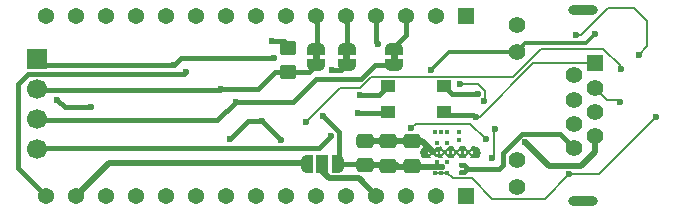
<source format=gbr>
%TF.GenerationSoftware,KiCad,Pcbnew,9.0.1*%
%TF.CreationDate,2025-04-23T21:39:05-04:00*%
%TF.ProjectId,can-nano-shield-rj45,63616e2d-6e61-46e6-9f2d-736869656c64,rev?*%
%TF.SameCoordinates,Original*%
%TF.FileFunction,Copper,L1,Top*%
%TF.FilePolarity,Positive*%
%FSLAX46Y46*%
G04 Gerber Fmt 4.6, Leading zero omitted, Abs format (unit mm)*
G04 Created by KiCad (PCBNEW 9.0.1) date 2025-04-23 21:39:05*
%MOMM*%
%LPD*%
G01*
G04 APERTURE LIST*
G04 Aperture macros list*
%AMRoundRect*
0 Rectangle with rounded corners*
0 $1 Rounding radius*
0 $2 $3 $4 $5 $6 $7 $8 $9 X,Y pos of 4 corners*
0 Add a 4 corners polygon primitive as box body*
4,1,4,$2,$3,$4,$5,$6,$7,$8,$9,$2,$3,0*
0 Add four circle primitives for the rounded corners*
1,1,$1+$1,$2,$3*
1,1,$1+$1,$4,$5*
1,1,$1+$1,$6,$7*
1,1,$1+$1,$8,$9*
0 Add four rect primitives between the rounded corners*
20,1,$1+$1,$2,$3,$4,$5,0*
20,1,$1+$1,$4,$5,$6,$7,0*
20,1,$1+$1,$6,$7,$8,$9,0*
20,1,$1+$1,$8,$9,$2,$3,0*%
%AMFreePoly0*
4,1,23,0.000000,0.745722,0.065263,0.745722,0.191342,0.711940,0.304381,0.646677,0.396677,0.554381,0.461940,0.441342,0.495722,0.315263,0.495722,0.250000,0.500000,0.250000,0.500000,-0.250000,0.495722,-0.250000,0.495722,-0.315263,0.461940,-0.441342,0.396677,-0.554381,0.304381,-0.646677,0.191342,-0.711940,0.065263,-0.745722,0.000000,-0.745722,0.000000,-0.750000,-0.550000,-0.750000,
-0.550000,0.750000,0.000000,0.750000,0.000000,0.745722,0.000000,0.745722,$1*%
%AMFreePoly1*
4,1,23,0.550000,-0.750000,0.000000,-0.750000,0.000000,-0.745722,-0.065263,-0.745722,-0.191342,-0.711940,-0.304381,-0.646677,-0.396677,-0.554381,-0.461940,-0.441342,-0.495722,-0.315263,-0.495722,-0.250000,-0.500000,-0.250000,-0.500000,0.250000,-0.495722,0.250000,-0.495722,0.315263,-0.461940,0.441342,-0.396677,0.554381,-0.304381,0.646677,-0.191342,0.711940,-0.065263,0.745722,0.000000,0.745722,
0.000000,0.750000,0.550000,0.750000,0.550000,-0.750000,0.550000,-0.750000,$1*%
%AMFreePoly2*
4,1,23,0.500000,-0.750000,0.000000,-0.750000,0.000000,-0.745722,-0.065263,-0.745722,-0.191342,-0.711940,-0.304381,-0.646677,-0.396677,-0.554381,-0.461940,-0.441342,-0.495722,-0.315263,-0.495722,-0.250000,-0.500000,-0.250000,-0.500000,0.250000,-0.495722,0.250000,-0.495722,0.315263,-0.461940,0.441342,-0.396677,0.554381,-0.304381,0.646677,-0.191342,0.711940,-0.065263,0.745722,0.000000,0.745722,
0.000000,0.750000,0.500000,0.750000,0.500000,-0.750000,0.500000,-0.750000,$1*%
%AMFreePoly3*
4,1,23,0.000000,0.745722,0.065263,0.745722,0.191342,0.711940,0.304381,0.646677,0.396677,0.554381,0.461940,0.441342,0.495722,0.315263,0.495722,0.250000,0.500000,0.250000,0.500000,-0.250000,0.495722,-0.250000,0.495722,-0.315263,0.461940,-0.441342,0.396677,-0.554381,0.304381,-0.646677,0.191342,-0.711940,0.065263,-0.745722,0.000000,-0.745722,0.000000,-0.750000,-0.500000,-0.750000,
-0.500000,0.750000,0.000000,0.750000,0.000000,0.745722,0.000000,0.745722,$1*%
G04 Aperture macros list end*
%TA.AperFunction,EtchedComponent*%
%ADD10C,0.000000*%
%TD*%
%TA.AperFunction,ComponentPad*%
%ADD11C,0.400000*%
%TD*%
%TA.AperFunction,ComponentPad*%
%ADD12R,1.400000X1.400000*%
%TD*%
%TA.AperFunction,ComponentPad*%
%ADD13C,1.400000*%
%TD*%
%TA.AperFunction,ComponentPad*%
%ADD14O,2.500000X0.800000*%
%TD*%
%TA.AperFunction,SMDPad,CuDef*%
%ADD15FreePoly0,180.000000*%
%TD*%
%TA.AperFunction,SMDPad,CuDef*%
%ADD16R,1.000000X1.500000*%
%TD*%
%TA.AperFunction,SMDPad,CuDef*%
%ADD17FreePoly1,180.000000*%
%TD*%
%TA.AperFunction,SMDPad,CuDef*%
%ADD18RoundRect,0.250000X0.475000X-0.337500X0.475000X0.337500X-0.475000X0.337500X-0.475000X-0.337500X0*%
%TD*%
%TA.AperFunction,SMDPad,CuDef*%
%ADD19FreePoly2,270.000000*%
%TD*%
%TA.AperFunction,SMDPad,CuDef*%
%ADD20FreePoly3,270.000000*%
%TD*%
%TA.AperFunction,ComponentPad*%
%ADD21R,1.370000X1.370000*%
%TD*%
%TA.AperFunction,ComponentPad*%
%ADD22C,1.370000*%
%TD*%
%TA.AperFunction,SMDPad,CuDef*%
%ADD23RoundRect,0.250000X-0.450000X0.350000X-0.450000X-0.350000X0.450000X-0.350000X0.450000X0.350000X0*%
%TD*%
%TA.AperFunction,SMDPad,CuDef*%
%ADD24R,1.219200X0.990600*%
%TD*%
%TA.AperFunction,ComponentPad*%
%ADD25R,1.700000X1.700000*%
%TD*%
%TA.AperFunction,ComponentPad*%
%ADD26C,1.700000*%
%TD*%
%TA.AperFunction,ViaPad*%
%ADD27C,0.600000*%
%TD*%
%TA.AperFunction,Conductor*%
%ADD28C,0.500000*%
%TD*%
%TA.AperFunction,Conductor*%
%ADD29C,0.200000*%
%TD*%
%TA.AperFunction,Conductor*%
%ADD30C,0.300000*%
%TD*%
%TA.AperFunction,Conductor*%
%ADD31C,0.400000*%
%TD*%
G04 APERTURE END LIST*
D10*
%TA.AperFunction,EtchedComponent*%
%TO.C,JP2*%
G36*
X139000000Y-88450000D02*
G01*
X138400000Y-88450000D01*
X138400000Y-87950000D01*
X139000000Y-87950000D01*
X139000000Y-88450000D01*
G37*
%TD.AperFunction*%
%TA.AperFunction,EtchedComponent*%
%TO.C,JP3*%
G36*
X141575000Y-88450000D02*
G01*
X140975000Y-88450000D01*
X140975000Y-87950000D01*
X141575000Y-87950000D01*
X141575000Y-88450000D01*
G37*
%TD.AperFunction*%
%TA.AperFunction,EtchedComponent*%
%TO.C,JP4*%
G36*
X145600000Y-88425000D02*
G01*
X145000000Y-88425000D01*
X145000000Y-87925000D01*
X145600000Y-87925000D01*
X145600000Y-88425000D01*
G37*
%TD.AperFunction*%
%TD*%
D11*
%TO.P,U3,6_2*%
%TO.N,Net-(U3-SW-Pad5)*%
X150780000Y-94530000D03*
%TO.P,U3,6_1*%
X150780000Y-95209000D03*
%TO.P,U3,10_4*%
%TO.N,GND*%
X149560000Y-96260000D03*
%TO.P,U3,10_3*%
X150560000Y-96260000D03*
%TO.P,U3,10_2*%
X151560000Y-96260000D03*
%TO.P,U3,5_5*%
%TO.N,Net-(U3-SW-Pad5)*%
X148920000Y-95480000D03*
%TO.P,U3,5_4*%
X149740000Y-95480000D03*
%TO.P,U3,5_3*%
X148780000Y-94530000D03*
%TO.P,U3,5_2*%
X149280000Y-94530000D03*
%TO.P,U3,5_1*%
X149780000Y-94530000D03*
%TO.P,U3,4_5*%
%TO.N,VCC*%
X148920000Y-97040000D03*
%TO.P,U3,4_4*%
X149740000Y-97040000D03*
%TO.P,U3,4_3*%
X148780000Y-97990000D03*
%TO.P,U3,4_2*%
X149280000Y-97990000D03*
%TO.P,U3,4_1*%
X149780000Y-97990000D03*
%TO.P,U3,3_2*%
%TO.N,/CAN_V+*%
X150980000Y-97310000D03*
%TO.P,U3,3_1*%
X150980000Y-97989000D03*
%TO.P,U3,10_5*%
%TO.N,GND*%
X148560000Y-96260000D03*
%TD*%
D12*
%TO.P,J4,1*%
%TO.N,/CAN_H*%
X162260000Y-88730000D03*
D13*
%TO.P,J4,2*%
%TO.N,/CAN_L*%
X160480000Y-89750000D03*
%TO.P,J4,3*%
%TO.N,GND*%
X162260000Y-90770000D03*
%TO.P,J4,4*%
%TO.N,/CAN_BINT*%
X160480000Y-91790000D03*
%TO.P,J4,5*%
%TO.N,/CAN_ESTOP*%
X162260000Y-92810000D03*
%TO.P,J4,6*%
%TO.N,/CAN_SHLD*%
X160480000Y-93830000D03*
%TO.P,J4,7*%
%TO.N,GND*%
X162260000Y-94850000D03*
%TO.P,J4,8*%
%TO.N,/CAN_V+*%
X160480000Y-95870000D03*
%TO.P,J4,9*%
%TO.N,GND*%
X155660000Y-99160000D03*
%TO.P,J4,10*%
%TO.N,/LED_PWR*%
X155660000Y-96870000D03*
%TO.P,J4,11*%
%TO.N,GND*%
X155660000Y-87730000D03*
%TO.P,J4,12*%
%TO.N,/LED_TX*%
X155660000Y-85440000D03*
D14*
%TO.P,J4,13*%
%TO.N,N/C*%
X161240000Y-84200000D03*
%TO.P,J4,14*%
X161240000Y-100400000D03*
%TD*%
D15*
%TO.P,JP1,3,B*%
%TO.N,+3V3*%
X137890000Y-97212500D03*
D16*
%TO.P,JP1,2,C*%
%TO.N,+5V*%
X139190000Y-97212500D03*
D17*
%TO.P,JP1,1,A*%
%TO.N,VCC*%
X140490000Y-97212500D03*
%TD*%
D18*
%TO.P,C9,1*%
%TO.N,VCC*%
X142780000Y-97367500D03*
%TO.P,C9,2*%
%TO.N,GND*%
X142780000Y-95292500D03*
%TD*%
D19*
%TO.P,JP2,1,A*%
%TO.N,/CAN_CS_DEFAULT*%
X138700000Y-87550000D03*
D20*
%TO.P,JP2,2,B*%
%TO.N,/CAN_CS*%
X138700000Y-88850000D03*
%TD*%
D19*
%TO.P,JP3,1,A*%
%TO.N,/CAN_INT_DEFAULT*%
X141275000Y-87550000D03*
D20*
%TO.P,JP3,2,B*%
%TO.N,/~{CAN_INT}*%
X141275000Y-88850000D03*
%TD*%
D21*
%TO.P,J2,01,01*%
%TO.N,unconnected-(J2-Pad01)*%
X151400000Y-99930000D03*
D22*
%TO.P,J2,02,02*%
%TO.N,GND*%
X148860000Y-99930000D03*
%TO.P,J2,03,03*%
%TO.N,/RST2*%
X146320000Y-99930000D03*
%TO.P,J2,04,04*%
%TO.N,+5V*%
X143780000Y-99930000D03*
%TO.P,J2,05,05*%
%TO.N,/A7*%
X141240000Y-99930000D03*
%TO.P,J2,06,06*%
%TO.N,/A6*%
X138700000Y-99930000D03*
%TO.P,J2,07,07*%
%TO.N,/A5*%
X136160000Y-99930000D03*
%TO.P,J2,08,08*%
%TO.N,/A4*%
X133620000Y-99930000D03*
%TO.P,J2,09,09*%
%TO.N,/A3*%
X131080000Y-99930000D03*
%TO.P,J2,10,10*%
%TO.N,/A2*%
X128540000Y-99930000D03*
%TO.P,J2,11,11*%
%TO.N,/A1*%
X126000000Y-99930000D03*
%TO.P,J2,12,12*%
%TO.N,/A0*%
X123460000Y-99930000D03*
%TO.P,J2,13,13*%
%TO.N,/AREF*%
X120920000Y-99930000D03*
%TO.P,J2,14,14*%
%TO.N,+3V3*%
X118380000Y-99930000D03*
%TO.P,J2,15,15*%
%TO.N,/SCK*%
X115840000Y-99930000D03*
%TD*%
D23*
%TO.P,R1,1*%
%TO.N,VCC*%
X136325000Y-87425000D03*
%TO.P,R1,2*%
%TO.N,/CAN_CS*%
X136325000Y-89425000D03*
%TD*%
D18*
%TO.P,C11,1*%
%TO.N,VCC*%
X146760000Y-97377500D03*
%TO.P,C11,2*%
%TO.N,GND*%
X146760000Y-95302500D03*
%TD*%
D19*
%TO.P,JP4,1,A*%
%TO.N,/RST1*%
X145300000Y-87525000D03*
D20*
%TO.P,JP4,2,B*%
%TO.N,/CAN_RESET*%
X145300000Y-88825000D03*
%TD*%
D18*
%TO.P,C10,1*%
%TO.N,VCC*%
X144780000Y-97377500D03*
%TO.P,C10,2*%
%TO.N,GND*%
X144780000Y-95302500D03*
%TD*%
D24*
%TO.P,T1,1,1*%
%TO.N,/CAN_H_IN*%
X144781000Y-92875000D03*
%TO.P,T1,2,2*%
%TO.N,/CAN_H*%
X149480000Y-92875000D03*
%TO.P,T1,3,3*%
%TO.N,/CAN_L*%
X149480000Y-90675000D03*
%TO.P,T1,4,4*%
%TO.N,/CAN_L_IN*%
X144781000Y-90675000D03*
%TD*%
D21*
%TO.P,J1,01,01*%
%TO.N,/D1*%
X151405000Y-84700000D03*
D22*
%TO.P,J1,02,02*%
%TO.N,/D0*%
X148865000Y-84700000D03*
%TO.P,J1,03,03*%
%TO.N,/RST1*%
X146325000Y-84700000D03*
%TO.P,J1,04,04*%
%TO.N,GND*%
X143785000Y-84700000D03*
%TO.P,J1,05,05*%
%TO.N,/CAN_INT_DEFAULT*%
X141245000Y-84700000D03*
%TO.P,J1,06,06*%
%TO.N,/CAN_CS_DEFAULT*%
X138705000Y-84700000D03*
%TO.P,J1,07,07*%
%TO.N,/ESTOP*%
X136165000Y-84700000D03*
%TO.P,J1,08,08*%
%TO.N,/D5*%
X133625000Y-84700000D03*
%TO.P,J1,09,09*%
%TO.N,/D6*%
X131085000Y-84700000D03*
%TO.P,J1,10,10*%
%TO.N,/D7*%
X128545000Y-84700000D03*
%TO.P,J1,11,11*%
%TO.N,/D8*%
X126005000Y-84700000D03*
%TO.P,J1,12,12*%
%TO.N,/D9*%
X123465000Y-84700000D03*
%TO.P,J1,13,13*%
%TO.N,/D10*%
X120925000Y-84700000D03*
%TO.P,J1,14,14*%
%TO.N,/MOSI*%
X118385000Y-84700000D03*
%TO.P,J1,15,15*%
%TO.N,/MISO*%
X115845000Y-84700000D03*
%TD*%
D25*
%TO.P,J3,1,Pin_1*%
%TO.N,/~{CAN_INT}*%
X115025000Y-88375000D03*
D26*
%TO.P,J3,2,Pin_2*%
%TO.N,/CAN_CS*%
X115025000Y-90915000D03*
%TO.P,J3,3,Pin_3*%
%TO.N,/CAN_RESET*%
X115025000Y-93455000D03*
%TO.P,J3,4,Pin_4*%
%TO.N,/SILENT*%
X115025000Y-95995000D03*
%TD*%
D27*
%TO.N,VCC*%
X149335000Y-97460000D03*
%TO.N,GND*%
X148420000Y-89278700D03*
X131375000Y-95100000D03*
X135725000Y-95175000D03*
X143919347Y-87045000D03*
X152931303Y-91943052D03*
X119590000Y-92430000D03*
X150825000Y-90478700D03*
X162290000Y-86230000D03*
X134125000Y-93575000D03*
X116780000Y-91820000D03*
X164370000Y-92030000D03*
%TO.N,/CAN_H*%
X152210000Y-93260000D03*
%TO.N,/CAN_L*%
X152350000Y-91330000D03*
%TO.N,/SILENT*%
X139925000Y-94875000D03*
%TO.N,/CAN_CS*%
X130650000Y-90875000D03*
%TO.N,/~{CAN_INT}*%
X140000000Y-89300000D03*
X126610000Y-88875000D03*
X135150000Y-88300000D03*
%TO.N,/CAN_RESET*%
X131862500Y-91987500D03*
%TO.N,/SCK*%
X127700000Y-89450000D03*
%TO.N,/CAN_TX*%
X137837500Y-93712500D03*
X164501000Y-89230000D03*
%TO.N,/CAN_H_IN*%
X142245000Y-92945000D03*
%TO.N,/CAN_L_IN*%
X142362500Y-91437500D03*
%TO.N,GND*%
X156392831Y-95392831D03*
%TO.N,Net-(Q1-S)*%
X160710000Y-86360000D03*
X165980000Y-88020000D03*
%TO.N,VCC*%
X167448870Y-93277355D03*
X134950000Y-86850000D03*
X160100000Y-98125000D03*
X139250000Y-93175000D03*
X145190000Y-97365000D03*
%TO.N,Net-(U3-FB)*%
X153037500Y-95152500D03*
X146730000Y-94215000D03*
%TO.N,Net-(U3-RT)*%
X153850000Y-94262500D03*
X153600000Y-96740000D03*
%TD*%
D28*
%TO.N,VCC*%
X145192500Y-97365000D02*
X145190000Y-97365000D01*
X145347500Y-97520000D02*
X145192500Y-97365000D01*
X149335000Y-97460000D02*
X149275000Y-97520000D01*
X149275000Y-97520000D02*
X145347500Y-97520000D01*
D29*
%TO.N,Net-(U3-FB)*%
X151715001Y-93830000D02*
X147115000Y-93830000D01*
X153037500Y-95152500D02*
X151715001Y-93830000D01*
X147115000Y-93830000D02*
X146730000Y-94215000D01*
%TO.N,Net-(U3-RT)*%
X153775001Y-94337499D02*
X153850000Y-94262500D01*
X153775001Y-96459533D02*
X153775001Y-94337499D01*
X153600000Y-96634534D02*
X153775001Y-96459533D01*
X153600000Y-96740000D02*
X153600000Y-96634534D01*
D30*
%TO.N,GND*%
X149968700Y-87730000D02*
X148420000Y-89278700D01*
X155660000Y-87730000D02*
X149968700Y-87730000D01*
D28*
X142810000Y-95262500D02*
X142780000Y-95292500D01*
X145537500Y-95275000D02*
X145525000Y-95262500D01*
X147625000Y-95275000D02*
X145537500Y-95275000D01*
X148560000Y-96210000D02*
X147625000Y-95275000D01*
X148560000Y-96260000D02*
X148560000Y-96210000D01*
X145525000Y-95262500D02*
X142810000Y-95262500D01*
D31*
%TO.N,VCC*%
X140497500Y-97220000D02*
X140490000Y-97212500D01*
X142632500Y-97220000D02*
X140497500Y-97220000D01*
X142780000Y-97367500D02*
X142632500Y-97220000D01*
X140630000Y-97072500D02*
X140490000Y-97212500D01*
X140630000Y-94555000D02*
X140630000Y-97072500D01*
X139250000Y-93175000D02*
X140630000Y-94555000D01*
%TO.N,/CAN_V+*%
X151161000Y-97949000D02*
X150980000Y-97949000D01*
X151460000Y-97650000D02*
X151161000Y-97949000D01*
X151500001Y-97650000D02*
X151460000Y-97650000D01*
X151160001Y-97310000D02*
X151500001Y-97650000D01*
X150980000Y-97310000D02*
X151160001Y-97310000D01*
D29*
%TO.N,VCC*%
X153600000Y-100175000D02*
X158045000Y-100175000D01*
X160095000Y-98125000D02*
X160100000Y-98125000D01*
X151875000Y-98450000D02*
X153600000Y-100175000D01*
X149780000Y-97990000D02*
X150240000Y-98450000D01*
X150240000Y-98450000D02*
X151875000Y-98450000D01*
X158045000Y-100175000D02*
X160095000Y-98125000D01*
D28*
X145525000Y-97337500D02*
X142810000Y-97337500D01*
X145195000Y-97337500D02*
X145525000Y-97337500D01*
X145190000Y-97342500D02*
X145195000Y-97337500D01*
X145190000Y-97365000D02*
X145190000Y-97342500D01*
X142810000Y-97337500D02*
X142780000Y-97367500D01*
%TO.N,+5V*%
X139751116Y-98418500D02*
X142268500Y-98418500D01*
X139190000Y-97857384D02*
X139751116Y-98418500D01*
X142268500Y-98418500D02*
X142275000Y-98425000D01*
X139190000Y-97212500D02*
X139190000Y-97857384D01*
X142275000Y-98425000D02*
X143780000Y-99930000D01*
%TO.N,+3V3*%
X121135000Y-97175000D02*
X118380000Y-99930000D01*
X137852500Y-97175000D02*
X121135000Y-97175000D01*
X137890000Y-97212500D02*
X137852500Y-97175000D01*
D31*
%TO.N,/CAN_V+*%
X159301831Y-94691831D02*
X160480000Y-95870000D01*
X154475000Y-96319298D02*
X156102467Y-94691831D01*
X154175000Y-97650000D02*
X154475000Y-97350000D01*
X151500001Y-97650000D02*
X154175000Y-97650000D01*
X154475000Y-97350000D02*
X154475000Y-96319298D01*
X156102467Y-94691831D02*
X159301831Y-94691831D01*
%TO.N,/RST1*%
X146325000Y-84690000D02*
X146325000Y-86325000D01*
X145300000Y-87350000D02*
X145300000Y-87525000D01*
X146325000Y-86325000D02*
X145300000Y-87350000D01*
%TO.N,GND*%
X143785000Y-84700000D02*
X143785000Y-86910653D01*
D29*
X152951000Y-91923355D02*
X152931303Y-91943052D01*
X163300000Y-91810000D02*
X162260000Y-90770000D01*
D31*
X117390000Y-92430000D02*
X116780000Y-91820000D01*
D29*
X150825000Y-90478700D02*
X152348643Y-90478700D01*
D30*
X161509000Y-87011000D02*
X162290000Y-86230000D01*
X155660000Y-87730000D02*
X156379000Y-87011000D01*
X156379000Y-87011000D02*
X161509000Y-87011000D01*
D29*
X164370000Y-92030000D02*
X164150000Y-91810000D01*
X164150000Y-91810000D02*
X163300000Y-91810000D01*
X152348643Y-90478700D02*
X152951000Y-91081057D01*
D31*
X135725000Y-95175000D02*
X134125000Y-93575000D01*
D29*
X152951000Y-91081057D02*
X152951000Y-91923355D01*
D31*
X143785000Y-86910653D02*
X143919347Y-87045000D01*
X132900000Y-93575000D02*
X134125000Y-93575000D01*
X131375000Y-95100000D02*
X132900000Y-93575000D01*
X119590000Y-92430000D02*
X117390000Y-92430000D01*
%TO.N,+5V*%
X143755000Y-99930000D02*
X143785000Y-99930000D01*
%TO.N,/CAN_CS_DEFAULT*%
X138750000Y-87500000D02*
X138750000Y-84735000D01*
X138750000Y-84735000D02*
X138705000Y-84690000D01*
X138700000Y-87550000D02*
X138750000Y-87500000D01*
%TO.N,/CAN_INT_DEFAULT*%
X141245000Y-87270000D02*
X141275000Y-87300000D01*
X141275000Y-87300000D02*
X141275000Y-84720000D01*
X141275000Y-84720000D02*
X141245000Y-84690000D01*
D29*
%TO.N,/CAN_H*%
X152534918Y-93275000D02*
X157079918Y-88730000D01*
X152225000Y-93275000D02*
X152534918Y-93275000D01*
D31*
X152180000Y-93260000D02*
X151995000Y-93075000D01*
D29*
X152210000Y-93260000D02*
X152225000Y-93275000D01*
D31*
X149680000Y-93075000D02*
X149480000Y-92875000D01*
X152210000Y-93260000D02*
X152180000Y-93260000D01*
D29*
X157079918Y-88730000D02*
X162260000Y-88730000D01*
D31*
X151995000Y-93075000D02*
X149680000Y-93075000D01*
%TO.N,/CAN_L*%
X152330000Y-91350000D02*
X150155000Y-91350000D01*
X152350000Y-91330000D02*
X152330000Y-91350000D01*
X150155000Y-91350000D02*
X149480000Y-90675000D01*
%TO.N,/SILENT*%
X115120000Y-95900000D02*
X115025000Y-95995000D01*
X139925000Y-94875000D02*
X138900000Y-95900000D01*
X138900000Y-95900000D02*
X115120000Y-95900000D01*
%TO.N,/CAN_CS*%
X135162500Y-89462500D02*
X138087500Y-89462500D01*
X115025000Y-90915000D02*
X115130000Y-91020000D01*
X138087500Y-89462500D02*
X138750000Y-88800000D01*
X115130000Y-91020000D02*
X130505000Y-91020000D01*
X130650000Y-90875000D02*
X133750000Y-90875000D01*
X130505000Y-91020000D02*
X130650000Y-90875000D01*
X133750000Y-90875000D02*
X135162500Y-89462500D01*
%TO.N,/~{CAN_INT}*%
X115525000Y-88875000D02*
X115025000Y-88375000D01*
X126610000Y-88875000D02*
X115525000Y-88875000D01*
X140000000Y-89300000D02*
X140825000Y-89300000D01*
X126610000Y-88875000D02*
X126650000Y-88875000D01*
X126650000Y-88875000D02*
X127225000Y-88300000D01*
X127225000Y-88300000D02*
X135150000Y-88300000D01*
X140825000Y-89300000D02*
X141275000Y-88850000D01*
%TO.N,/CAN_RESET*%
X138636500Y-90063500D02*
X136712500Y-91987500D01*
X142436500Y-90063500D02*
X138636500Y-90063500D01*
X115130000Y-93560000D02*
X115025000Y-93455000D01*
X143675000Y-88825000D02*
X142436500Y-90063500D01*
X131862500Y-91987500D02*
X130290000Y-93560000D01*
X145300000Y-88825000D02*
X143675000Y-88825000D01*
X130290000Y-93560000D02*
X115130000Y-93560000D01*
X136712500Y-91987500D02*
X131862500Y-91987500D01*
%TO.N,/SCK*%
X127700000Y-89450000D02*
X127500000Y-89650000D01*
X113475000Y-97560000D02*
X115845000Y-99930000D01*
X114300000Y-89650000D02*
X113475000Y-90475000D01*
X113475000Y-90475000D02*
X113475000Y-97560000D01*
X127500000Y-89650000D02*
X114300000Y-89650000D01*
D29*
%TO.N,/CAN_TX*%
X164501000Y-89230000D02*
X164501000Y-88969000D01*
X163002000Y-87470000D02*
X157755000Y-87470000D01*
X155346300Y-89878700D02*
X143329820Y-89878700D01*
X140713500Y-90836500D02*
X137837500Y-93712500D01*
X164501000Y-88969000D02*
X163002000Y-87470000D01*
X142372020Y-90836500D02*
X140713500Y-90836500D01*
X143329820Y-89878700D02*
X142372020Y-90836500D01*
X157755000Y-87470000D02*
X155346300Y-89878700D01*
D31*
%TO.N,/CAN_H_IN*%
X142245000Y-92945000D02*
X144711000Y-92945000D01*
X144711000Y-92945000D02*
X144781000Y-92875000D01*
%TO.N,/CAN_L_IN*%
X144018500Y-91437500D02*
X144781000Y-90675000D01*
X142362500Y-91437500D02*
X144018500Y-91437500D01*
D28*
%TO.N,GND*%
X158375000Y-97375000D02*
X161125000Y-97375000D01*
X161125000Y-97375000D02*
X162260000Y-96240000D01*
X156392831Y-95392831D02*
X158375000Y-97375000D01*
X162260000Y-96240000D02*
X162260000Y-94850000D01*
D29*
%TO.N,Net-(Q1-S)*%
X165597775Y-84024000D02*
X163402338Y-84024000D01*
X166726000Y-85152225D02*
X165597775Y-84024000D01*
X161066338Y-86360000D02*
X160710000Y-86360000D01*
X166726000Y-87274000D02*
X166726000Y-85152225D01*
X165980000Y-88020000D02*
X166726000Y-87274000D01*
X163402338Y-84024000D02*
X161066338Y-86360000D01*
D31*
%TO.N,VCC*%
X136325000Y-87225000D02*
X136325000Y-87387500D01*
D29*
X167448870Y-93277355D02*
X162601225Y-98125000D01*
D31*
X135950000Y-86850000D02*
X136325000Y-87225000D01*
X134950000Y-86850000D02*
X135950000Y-86850000D01*
D29*
X162601225Y-98125000D02*
X160100000Y-98125000D01*
X149780000Y-97990000D02*
X148780000Y-97990000D01*
%TD*%
%TA.AperFunction,Conductor*%
%TO.N,GND*%
G36*
X148332061Y-95768907D02*
G01*
X148368025Y-95818407D01*
X148368025Y-95879593D01*
X148360121Y-95890471D01*
X148356837Y-95915414D01*
X148551423Y-96110000D01*
X148530163Y-96110000D01*
X148475032Y-96132836D01*
X148432836Y-96175032D01*
X148410000Y-96230163D01*
X148410000Y-96251423D01*
X148215414Y-96056837D01*
X148187260Y-96105603D01*
X148160000Y-96207340D01*
X148160000Y-96312659D01*
X148187259Y-96414393D01*
X148215415Y-96463161D01*
X148410000Y-96268576D01*
X148410000Y-96289837D01*
X148432836Y-96344968D01*
X148475032Y-96387164D01*
X148530163Y-96410000D01*
X148551421Y-96410000D01*
X148356836Y-96604584D01*
X148358164Y-96614667D01*
X148381634Y-96640733D01*
X148388030Y-96701583D01*
X148357437Y-96754571D01*
X148301542Y-96779458D01*
X148291193Y-96780000D01*
X148021488Y-96780000D01*
X148008566Y-96779153D01*
X147894630Y-96764153D01*
X147869666Y-96757464D01*
X147769540Y-96715990D01*
X147747159Y-96703068D01*
X147661180Y-96637094D01*
X147642905Y-96618819D01*
X147576931Y-96532840D01*
X147564009Y-96510459D01*
X147522533Y-96410329D01*
X147515847Y-96385371D01*
X147501701Y-96277920D01*
X147501701Y-96252079D01*
X147510146Y-96187929D01*
X147515847Y-96144626D01*
X147522533Y-96119672D01*
X147564011Y-96019534D01*
X147576928Y-95997163D01*
X147642908Y-95911176D01*
X147661176Y-95892908D01*
X147747163Y-95826928D01*
X147769534Y-95814011D01*
X147869672Y-95772533D01*
X147894626Y-95765847D01*
X147995147Y-95752613D01*
X148008567Y-95750847D01*
X148021488Y-95750000D01*
X148273870Y-95750000D01*
X148332061Y-95768907D01*
G37*
%TD.AperFunction*%
%TA.AperFunction,Conductor*%
G36*
X149332061Y-95768907D02*
G01*
X149368025Y-95818407D01*
X149368025Y-95879593D01*
X149360121Y-95890471D01*
X149356837Y-95915414D01*
X149551423Y-96110000D01*
X149530163Y-96110000D01*
X149475032Y-96132836D01*
X149432836Y-96175032D01*
X149410000Y-96230163D01*
X149410000Y-96251423D01*
X149215414Y-96056837D01*
X149187260Y-96105603D01*
X149160000Y-96207340D01*
X149160000Y-96312659D01*
X149187259Y-96414393D01*
X149215415Y-96463161D01*
X149410000Y-96268576D01*
X149410000Y-96289837D01*
X149432836Y-96344968D01*
X149475032Y-96387164D01*
X149530163Y-96410000D01*
X149551421Y-96410000D01*
X149356836Y-96604584D01*
X149357894Y-96612621D01*
X149364468Y-96621669D01*
X149381634Y-96640733D01*
X149382194Y-96646066D01*
X149385348Y-96650407D01*
X149385348Y-96676067D01*
X149388030Y-96701583D01*
X149385348Y-96706228D01*
X149385348Y-96711593D01*
X149370263Y-96732354D01*
X149357437Y-96754571D01*
X149352537Y-96756752D01*
X149349384Y-96761093D01*
X149324981Y-96769021D01*
X149301542Y-96779458D01*
X149291193Y-96780000D01*
X149195494Y-96780000D01*
X149141091Y-96762323D01*
X149140831Y-96762775D01*
X149138708Y-96761549D01*
X149137303Y-96761093D01*
X149135226Y-96759542D01*
X149135209Y-96759529D01*
X149055290Y-96713387D01*
X149055289Y-96713386D01*
X149055288Y-96713386D01*
X148966144Y-96689500D01*
X148873856Y-96689500D01*
X148867367Y-96689500D01*
X148867367Y-96687067D01*
X148817569Y-96677827D01*
X148775461Y-96633436D01*
X148772348Y-96613771D01*
X148568577Y-96410000D01*
X148589837Y-96410000D01*
X148644968Y-96387164D01*
X148687164Y-96344968D01*
X148710000Y-96289837D01*
X148710000Y-96268577D01*
X148904584Y-96463161D01*
X148932739Y-96414396D01*
X148960000Y-96312659D01*
X148960000Y-96207340D01*
X148932739Y-96105601D01*
X148904585Y-96056837D01*
X148904584Y-96056836D01*
X148710000Y-96251420D01*
X148710000Y-96230163D01*
X148687164Y-96175032D01*
X148644968Y-96132836D01*
X148589837Y-96110000D01*
X148568577Y-96110000D01*
X148773539Y-95905037D01*
X148777821Y-95881930D01*
X148822201Y-95839811D01*
X148867367Y-95832660D01*
X148867367Y-95830500D01*
X148966142Y-95830500D01*
X148966144Y-95830500D01*
X149055288Y-95806614D01*
X149130371Y-95763263D01*
X149179872Y-95750000D01*
X149273870Y-95750000D01*
X149332061Y-95768907D01*
G37*
%TD.AperFunction*%
%TA.AperFunction,Conductor*%
G36*
X150332061Y-95768907D02*
G01*
X150368025Y-95818407D01*
X150368025Y-95879593D01*
X150360121Y-95890471D01*
X150356837Y-95915414D01*
X150551423Y-96110000D01*
X150530163Y-96110000D01*
X150475032Y-96132836D01*
X150432836Y-96175032D01*
X150410000Y-96230163D01*
X150410000Y-96251423D01*
X150215414Y-96056837D01*
X150187260Y-96105603D01*
X150160000Y-96207340D01*
X150160000Y-96312659D01*
X150187259Y-96414393D01*
X150215415Y-96463161D01*
X150410000Y-96268576D01*
X150410000Y-96289837D01*
X150432836Y-96344968D01*
X150475032Y-96387164D01*
X150530163Y-96410000D01*
X150551421Y-96410000D01*
X150356836Y-96604584D01*
X150358164Y-96614667D01*
X150381634Y-96640733D01*
X150388030Y-96701583D01*
X150357437Y-96754571D01*
X150301542Y-96779458D01*
X150291193Y-96780000D01*
X150015494Y-96780000D01*
X149972595Y-96770223D01*
X149959707Y-96764026D01*
X149955212Y-96759531D01*
X149875288Y-96713386D01*
X149828070Y-96700734D01*
X149819732Y-96696725D01*
X149803969Y-96681672D01*
X149785693Y-96669804D01*
X149782309Y-96660989D01*
X149775481Y-96654469D01*
X149771576Y-96633026D01*
X149763767Y-96612682D01*
X149764050Y-96605473D01*
X149568577Y-96410000D01*
X149589837Y-96410000D01*
X149644968Y-96387164D01*
X149687164Y-96344968D01*
X149710000Y-96289837D01*
X149710000Y-96268577D01*
X149904584Y-96463161D01*
X149932739Y-96414396D01*
X149960000Y-96312659D01*
X149960000Y-96207340D01*
X149932739Y-96105601D01*
X149904585Y-96056837D01*
X149904584Y-96056836D01*
X149710000Y-96251420D01*
X149710000Y-96230163D01*
X149687164Y-96175032D01*
X149644968Y-96132836D01*
X149589837Y-96110000D01*
X149568577Y-96110000D01*
X149767054Y-95911522D01*
X149775628Y-95865260D01*
X149820010Y-95823142D01*
X149821061Y-95822648D01*
X149828784Y-95819074D01*
X149875288Y-95806614D01*
X149954242Y-95761028D01*
X149958301Y-95759151D01*
X149971715Y-95757544D01*
X149999872Y-95750000D01*
X150273870Y-95750000D01*
X150332061Y-95768907D01*
G37*
%TD.AperFunction*%
%TA.AperFunction,Conductor*%
G36*
X151332061Y-95768907D02*
G01*
X151368025Y-95818407D01*
X151368025Y-95879593D01*
X151360121Y-95890471D01*
X151356837Y-95915414D01*
X151551423Y-96110000D01*
X151530163Y-96110000D01*
X151475032Y-96132836D01*
X151432836Y-96175032D01*
X151410000Y-96230163D01*
X151410000Y-96251423D01*
X151215414Y-96056837D01*
X151187260Y-96105603D01*
X151160000Y-96207340D01*
X151160000Y-96312659D01*
X151187259Y-96414393D01*
X151215415Y-96463161D01*
X151410000Y-96268576D01*
X151410000Y-96289837D01*
X151432836Y-96344968D01*
X151475032Y-96387164D01*
X151530163Y-96410000D01*
X151551421Y-96410000D01*
X151356836Y-96604584D01*
X151358164Y-96614667D01*
X151381634Y-96640733D01*
X151388030Y-96701583D01*
X151357437Y-96754571D01*
X151301542Y-96779458D01*
X151291193Y-96780000D01*
X150828805Y-96780000D01*
X150770614Y-96761093D01*
X150734650Y-96711593D01*
X150734650Y-96650407D01*
X150762104Y-96612619D01*
X150763161Y-96604584D01*
X150568577Y-96410000D01*
X150589837Y-96410000D01*
X150644968Y-96387164D01*
X150687164Y-96344968D01*
X150710000Y-96289837D01*
X150710000Y-96268577D01*
X150904584Y-96463161D01*
X150932739Y-96414396D01*
X150960000Y-96312659D01*
X150960000Y-96207340D01*
X150932739Y-96105601D01*
X150904585Y-96056837D01*
X150904584Y-96056836D01*
X150710000Y-96251420D01*
X150710000Y-96230163D01*
X150687164Y-96175032D01*
X150644968Y-96132836D01*
X150589837Y-96110000D01*
X150568577Y-96110000D01*
X150763161Y-95915415D01*
X150760409Y-95894511D01*
X150755686Y-95889265D01*
X150749292Y-95828415D01*
X150779886Y-95775427D01*
X150835782Y-95750542D01*
X150846128Y-95750000D01*
X151273870Y-95750000D01*
X151332061Y-95768907D01*
G37*
%TD.AperFunction*%
%TA.AperFunction,Conductor*%
G36*
X152091433Y-95750847D02*
G01*
X152107634Y-95752979D01*
X152205371Y-95765847D01*
X152230329Y-95772533D01*
X152330461Y-95814010D01*
X152352839Y-95826930D01*
X152402791Y-95865260D01*
X152438819Y-95892905D01*
X152457094Y-95911180D01*
X152523068Y-95997159D01*
X152535990Y-96019540D01*
X152577464Y-96119666D01*
X152584153Y-96144631D01*
X152598298Y-96252079D01*
X152598298Y-96277921D01*
X152584153Y-96385368D01*
X152577464Y-96410333D01*
X152535990Y-96510459D01*
X152523068Y-96532840D01*
X152457094Y-96618819D01*
X152438819Y-96637094D01*
X152352840Y-96703068D01*
X152330459Y-96715990D01*
X152230333Y-96757464D01*
X152205369Y-96764153D01*
X152091434Y-96779153D01*
X152078512Y-96780000D01*
X151828805Y-96780000D01*
X151770614Y-96761093D01*
X151734650Y-96711593D01*
X151734650Y-96650407D01*
X151762104Y-96612619D01*
X151763161Y-96604584D01*
X151568577Y-96410000D01*
X151589837Y-96410000D01*
X151644968Y-96387164D01*
X151687164Y-96344968D01*
X151710000Y-96289837D01*
X151710000Y-96268577D01*
X151904584Y-96463161D01*
X151932739Y-96414396D01*
X151960000Y-96312659D01*
X151960000Y-96207340D01*
X151932739Y-96105601D01*
X151904585Y-96056837D01*
X151904584Y-96056836D01*
X151710000Y-96251420D01*
X151710000Y-96230163D01*
X151687164Y-96175032D01*
X151644968Y-96132836D01*
X151589837Y-96110000D01*
X151568577Y-96110000D01*
X151763161Y-95915415D01*
X151760409Y-95894511D01*
X151755686Y-95889265D01*
X151749292Y-95828415D01*
X151779886Y-95775427D01*
X151835782Y-95750542D01*
X151846128Y-95750000D01*
X152078512Y-95750000D01*
X152091433Y-95750847D01*
G37*
%TD.AperFunction*%
%TD*%
M02*

</source>
